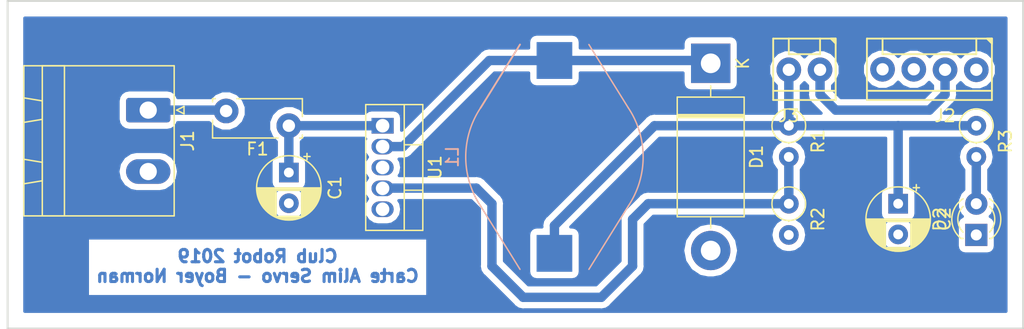
<source format=kicad_pcb>
(kicad_pcb (version 20171130) (host pcbnew 5.0.2-bee76a0~70~ubuntu18.04.1)

  (general
    (thickness 1.6)
    (drawings 5)
    (tracks 37)
    (zones 0)
    (modules 13)
    (nets 12)
  )

  (page A4)
  (layers
    (0 F.Cu signal)
    (31 B.Cu signal)
    (32 B.Adhes user)
    (33 F.Adhes user)
    (34 B.Paste user)
    (35 F.Paste user)
    (36 B.SilkS user)
    (37 F.SilkS user)
    (38 B.Mask user)
    (39 F.Mask user)
    (40 Dwgs.User user)
    (41 Cmts.User user)
    (42 Eco1.User user)
    (43 Eco2.User user)
    (44 Edge.Cuts user)
    (45 Margin user)
    (46 B.CrtYd user)
    (47 F.CrtYd user)
    (48 B.Fab user)
    (49 F.Fab user)
  )

  (setup
    (last_trace_width 0.762)
    (user_trace_width 0.254)
    (user_trace_width 0.381)
    (user_trace_width 0.762)
    (trace_clearance 0.381)
    (zone_clearance 0.508)
    (zone_45_only no)
    (trace_min 0.2)
    (segment_width 0.2)
    (edge_width 0.15)
    (via_size 0.8)
    (via_drill 0.4)
    (via_min_size 0.4)
    (via_min_drill 0.3)
    (uvia_size 0.3)
    (uvia_drill 0.1)
    (uvias_allowed no)
    (uvia_min_size 0.2)
    (uvia_min_drill 0.1)
    (pcb_text_width 0.3)
    (pcb_text_size 1.5 1.5)
    (mod_edge_width 0.15)
    (mod_text_size 1 1)
    (mod_text_width 0.15)
    (pad_size 1.524 1.524)
    (pad_drill 0.762)
    (pad_to_mask_clearance 0.051)
    (solder_mask_min_width 0.25)
    (aux_axis_origin 0 0)
    (visible_elements FFFFFF7F)
    (pcbplotparams
      (layerselection 0x010fc_ffffffff)
      (usegerberextensions false)
      (usegerberattributes false)
      (usegerberadvancedattributes false)
      (creategerberjobfile false)
      (excludeedgelayer true)
      (linewidth 0.100000)
      (plotframeref false)
      (viasonmask false)
      (mode 1)
      (useauxorigin false)
      (hpglpennumber 1)
      (hpglpenspeed 20)
      (hpglpendiameter 15.000000)
      (psnegative false)
      (psa4output false)
      (plotreference true)
      (plotvalue true)
      (plotinvisibletext false)
      (padsonsilk false)
      (subtractmaskfromsilk false)
      (outputformat 1)
      (mirror false)
      (drillshape 1)
      (scaleselection 1)
      (outputdirectory ""))
  )

  (net 0 "")
  (net 1 "Net-(C1-Pad1)")
  (net 2 GND)
  (net 3 +7.5V)
  (net 4 "Net-(D1-Pad1)")
  (net 5 "Net-(D2-Pad2)")
  (net 6 +BATT)
  (net 7 "Net-(J2-Pad3)")
  (net 8 /7,4V_OUT)
  (net 9 "Net-(J2-Pad1)")
  (net 10 "Net-(J2-Pad4)")
  (net 11 "Net-(R1-Pad2)")

  (net_class Default "This is the default net class."
    (clearance 0.381)
    (trace_width 0.381)
    (via_dia 0.8)
    (via_drill 0.4)
    (uvia_dia 0.3)
    (uvia_drill 0.1)
    (add_net +7.5V)
    (add_net +BATT)
    (add_net /7,4V_OUT)
    (add_net GND)
    (add_net "Net-(C1-Pad1)")
    (add_net "Net-(D1-Pad1)")
    (add_net "Net-(D2-Pad2)")
    (add_net "Net-(J2-Pad1)")
    (add_net "Net-(J2-Pad3)")
    (add_net "Net-(J2-Pad4)")
    (add_net "Net-(R1-Pad2)")
  )

  (module Diode_THT:D_DO-201AD_P15.24mm_Horizontal (layer F.Cu) (tedit 5AE50CD5) (tstamp 5CF335AF)
    (at 137.16 72.39 270)
    (descr "Diode, DO-201AD series, Axial, Horizontal, pin pitch=15.24mm, , length*diameter=9.5*5.2mm^2, , http://www.diodes.com/_files/packages/DO-201AD.pdf")
    (tags "Diode DO-201AD series Axial Horizontal pin pitch 15.24mm  length 9.5mm diameter 5.2mm")
    (path /5CE6B0A3)
    (fp_text reference D1 (at 7.62 -3.72 270) (layer F.SilkS)
      (effects (font (size 1 1) (thickness 0.15)))
    )
    (fp_text value 1N5822 (at 7.62 3.72 270) (layer F.Fab)
      (effects (font (size 1 1) (thickness 0.15)))
    )
    (fp_line (start 2.87 -2.6) (end 2.87 2.6) (layer F.Fab) (width 0.1))
    (fp_line (start 2.87 2.6) (end 12.37 2.6) (layer F.Fab) (width 0.1))
    (fp_line (start 12.37 2.6) (end 12.37 -2.6) (layer F.Fab) (width 0.1))
    (fp_line (start 12.37 -2.6) (end 2.87 -2.6) (layer F.Fab) (width 0.1))
    (fp_line (start 0 0) (end 2.87 0) (layer F.Fab) (width 0.1))
    (fp_line (start 15.24 0) (end 12.37 0) (layer F.Fab) (width 0.1))
    (fp_line (start 4.295 -2.6) (end 4.295 2.6) (layer F.Fab) (width 0.1))
    (fp_line (start 4.395 -2.6) (end 4.395 2.6) (layer F.Fab) (width 0.1))
    (fp_line (start 4.195 -2.6) (end 4.195 2.6) (layer F.Fab) (width 0.1))
    (fp_line (start 2.75 -2.72) (end 2.75 2.72) (layer F.SilkS) (width 0.12))
    (fp_line (start 2.75 2.72) (end 12.49 2.72) (layer F.SilkS) (width 0.12))
    (fp_line (start 12.49 2.72) (end 12.49 -2.72) (layer F.SilkS) (width 0.12))
    (fp_line (start 12.49 -2.72) (end 2.75 -2.72) (layer F.SilkS) (width 0.12))
    (fp_line (start 1.84 0) (end 2.75 0) (layer F.SilkS) (width 0.12))
    (fp_line (start 13.4 0) (end 12.49 0) (layer F.SilkS) (width 0.12))
    (fp_line (start 4.295 -2.72) (end 4.295 2.72) (layer F.SilkS) (width 0.12))
    (fp_line (start 4.415 -2.72) (end 4.415 2.72) (layer F.SilkS) (width 0.12))
    (fp_line (start 4.175 -2.72) (end 4.175 2.72) (layer F.SilkS) (width 0.12))
    (fp_line (start -1.85 -2.85) (end -1.85 2.85) (layer F.CrtYd) (width 0.05))
    (fp_line (start -1.85 2.85) (end 17.09 2.85) (layer F.CrtYd) (width 0.05))
    (fp_line (start 17.09 2.85) (end 17.09 -2.85) (layer F.CrtYd) (width 0.05))
    (fp_line (start 17.09 -2.85) (end -1.85 -2.85) (layer F.CrtYd) (width 0.05))
    (fp_text user %R (at 8.3325 0 270) (layer F.Fab)
      (effects (font (size 1 1) (thickness 0.15)))
    )
    (fp_text user K (at 0 -2.6 270) (layer F.Fab)
      (effects (font (size 1 1) (thickness 0.15)))
    )
    (fp_text user K (at 0 -2.6 270) (layer F.SilkS)
      (effects (font (size 1 1) (thickness 0.15)))
    )
    (pad 1 thru_hole rect (at 0 0 270) (size 3.2 3.2) (drill 1.6) (layers *.Cu *.Mask)
      (net 4 "Net-(D1-Pad1)"))
    (pad 2 thru_hole oval (at 15.24 0 270) (size 3.2 3.2) (drill 1.6) (layers *.Cu *.Mask)
      (net 2 GND))
    (model ${KISYS3DMOD}/Diode_THT.3dshapes/D_DO-201AD_P15.24mm_Horizontal.wrl
      (at (xyz 0 0 0))
      (scale (xyz 1 1 1))
      (rotate (xyz 0 0 0))
    )
  )

  (module Resistor_THT:R_Axial_DIN0207_L6.3mm_D2.5mm_P2.54mm_Vertical (layer F.Cu) (tedit 5AE5139B) (tstamp 5CF33653)
    (at 143.51 77.47 270)
    (descr "Resistor, Axial_DIN0207 series, Axial, Vertical, pin pitch=2.54mm, 0.25W = 1/4W, length*diameter=6.3*2.5mm^2, http://cdn-reichelt.de/documents/datenblatt/B400/1_4W%23YAG.pdf")
    (tags "Resistor Axial_DIN0207 series Axial Vertical pin pitch 2.54mm 0.25W = 1/4W length 6.3mm diameter 2.5mm")
    (path /5CE6B5B5)
    (fp_text reference R1 (at 1.27 -2.37 270) (layer F.SilkS)
      (effects (font (size 1 1) (thickness 0.15)))
    )
    (fp_text value 13.7k (at 1.27 2.37 270) (layer F.Fab)
      (effects (font (size 1 1) (thickness 0.15)))
    )
    (fp_circle (center 0 0) (end 1.25 0) (layer F.Fab) (width 0.1))
    (fp_circle (center 0 0) (end 1.37 0) (layer F.SilkS) (width 0.12))
    (fp_line (start 0 0) (end 2.54 0) (layer F.Fab) (width 0.1))
    (fp_line (start 1.37 0) (end 1.44 0) (layer F.SilkS) (width 0.12))
    (fp_line (start -1.5 -1.5) (end -1.5 1.5) (layer F.CrtYd) (width 0.05))
    (fp_line (start -1.5 1.5) (end 3.59 1.5) (layer F.CrtYd) (width 0.05))
    (fp_line (start 3.59 1.5) (end 3.59 -1.5) (layer F.CrtYd) (width 0.05))
    (fp_line (start 3.59 -1.5) (end -1.5 -1.5) (layer F.CrtYd) (width 0.05))
    (fp_text user %R (at 1.27 -2.37 270) (layer F.Fab)
      (effects (font (size 1 1) (thickness 0.15)))
    )
    (pad 1 thru_hole circle (at 0 0 270) (size 1.6 1.6) (drill 0.8) (layers *.Cu *.Mask)
      (net 3 +7.5V))
    (pad 2 thru_hole oval (at 2.54 0 270) (size 1.6 1.6) (drill 0.8) (layers *.Cu *.Mask)
      (net 11 "Net-(R1-Pad2)"))
    (model ${KISYS3DMOD}/Resistor_THT.3dshapes/R_Axial_DIN0207_L6.3mm_D2.5mm_P2.54mm_Vertical.wrl
      (at (xyz 0 0 0))
      (scale (xyz 1 1 1))
      (rotate (xyz 0 0 0))
    )
  )

  (module Capacitor_THT:CP_Radial_D5.0mm_P2.50mm (layer F.Cu) (tedit 5CE6C2C1) (tstamp 5CF3350C)
    (at 102.87 81.28 270)
    (descr "CP, Radial series, Radial, pin pitch=2.50mm, , diameter=5mm, Electrolytic Capacitor")
    (tags "CP Radial series Radial pin pitch 2.50mm  diameter 5mm Electrolytic Capacitor")
    (path /5CE6AEAF)
    (fp_text reference C1 (at 1.25 -3.75 270) (layer F.SilkS)
      (effects (font (size 1 1) (thickness 0.15)))
    )
    (fp_text value 470u (at 1.25 3.75 270) (layer F.Fab)
      (effects (font (size 1 1) (thickness 0.15)))
    )
    (fp_circle (center 1.25 0) (end 3.75 0) (layer F.Fab) (width 0.1))
    (fp_circle (center 1.25 0) (end 3.87 0) (layer F.SilkS) (width 0.12))
    (fp_circle (center 1.25 0) (end 4 0) (layer F.CrtYd) (width 0.05))
    (fp_line (start -0.883605 -1.0875) (end -0.383605 -1.0875) (layer F.Fab) (width 0.1))
    (fp_line (start -0.633605 -1.3375) (end -0.633605 -0.8375) (layer F.Fab) (width 0.1))
    (fp_line (start 1.25 -2.58) (end 1.25 2.58) (layer F.SilkS) (width 0.12))
    (fp_line (start 1.29 -2.58) (end 1.29 2.58) (layer F.SilkS) (width 0.12))
    (fp_line (start 1.33 -2.579) (end 1.33 2.579) (layer F.SilkS) (width 0.12))
    (fp_line (start 1.37 -2.578) (end 1.37 2.578) (layer F.SilkS) (width 0.12))
    (fp_line (start 1.41 -2.576) (end 1.41 2.576) (layer F.SilkS) (width 0.12))
    (fp_line (start 1.45 -2.573) (end 1.45 2.573) (layer F.SilkS) (width 0.12))
    (fp_line (start 1.49 -2.569) (end 1.49 -1.04) (layer F.SilkS) (width 0.12))
    (fp_line (start 1.49 1.04) (end 1.49 2.569) (layer F.SilkS) (width 0.12))
    (fp_line (start 1.53 -2.565) (end 1.53 -1.04) (layer F.SilkS) (width 0.12))
    (fp_line (start 1.53 1.04) (end 1.53 2.565) (layer F.SilkS) (width 0.12))
    (fp_line (start 1.57 -2.561) (end 1.57 -1.04) (layer F.SilkS) (width 0.12))
    (fp_line (start 1.57 1.04) (end 1.57 2.561) (layer F.SilkS) (width 0.12))
    (fp_line (start 1.61 -2.556) (end 1.61 -1.04) (layer F.SilkS) (width 0.12))
    (fp_line (start 1.61 1.04) (end 1.61 2.556) (layer F.SilkS) (width 0.12))
    (fp_line (start 1.65 -2.55) (end 1.65 -1.04) (layer F.SilkS) (width 0.12))
    (fp_line (start 1.65 1.04) (end 1.65 2.55) (layer F.SilkS) (width 0.12))
    (fp_line (start 1.69 -2.543) (end 1.69 -1.04) (layer F.SilkS) (width 0.12))
    (fp_line (start 1.69 1.04) (end 1.69 2.543) (layer F.SilkS) (width 0.12))
    (fp_line (start 1.73 -2.536) (end 1.73 -1.04) (layer F.SilkS) (width 0.12))
    (fp_line (start 1.73 1.04) (end 1.73 2.536) (layer F.SilkS) (width 0.12))
    (fp_line (start 1.77 -2.528) (end 1.77 -1.04) (layer F.SilkS) (width 0.12))
    (fp_line (start 1.77 1.04) (end 1.77 2.528) (layer F.SilkS) (width 0.12))
    (fp_line (start 1.81 -2.52) (end 1.81 -1.04) (layer F.SilkS) (width 0.12))
    (fp_line (start 1.81 1.04) (end 1.81 2.52) (layer F.SilkS) (width 0.12))
    (fp_line (start 1.85 -2.511) (end 1.85 -1.04) (layer F.SilkS) (width 0.12))
    (fp_line (start 1.85 1.04) (end 1.85 2.511) (layer F.SilkS) (width 0.12))
    (fp_line (start 1.89 -2.501) (end 1.89 -1.04) (layer F.SilkS) (width 0.12))
    (fp_line (start 1.89 1.04) (end 1.89 2.501) (layer F.SilkS) (width 0.12))
    (fp_line (start 1.93 -2.491) (end 1.93 -1.04) (layer F.SilkS) (width 0.12))
    (fp_line (start 1.93 1.04) (end 1.93 2.491) (layer F.SilkS) (width 0.12))
    (fp_line (start 1.971 -2.48) (end 1.971 -1.04) (layer F.SilkS) (width 0.12))
    (fp_line (start 1.971 1.04) (end 1.971 2.48) (layer F.SilkS) (width 0.12))
    (fp_line (start 2.011 -2.468) (end 2.011 -1.04) (layer F.SilkS) (width 0.12))
    (fp_line (start 2.011 1.04) (end 2.011 2.468) (layer F.SilkS) (width 0.12))
    (fp_line (start 2.051 -2.455) (end 2.051 -1.04) (layer F.SilkS) (width 0.12))
    (fp_line (start 2.051 1.04) (end 2.051 2.455) (layer F.SilkS) (width 0.12))
    (fp_line (start 2.091 -2.442) (end 2.091 -1.04) (layer F.SilkS) (width 0.12))
    (fp_line (start 2.091 1.04) (end 2.091 2.442) (layer F.SilkS) (width 0.12))
    (fp_line (start 2.131 -2.428) (end 2.131 -1.04) (layer F.SilkS) (width 0.12))
    (fp_line (start 2.131 1.04) (end 2.131 2.428) (layer F.SilkS) (width 0.12))
    (fp_line (start 2.171 -2.414) (end 2.171 -1.04) (layer F.SilkS) (width 0.12))
    (fp_line (start 2.171 1.04) (end 2.171 2.414) (layer F.SilkS) (width 0.12))
    (fp_line (start 2.211 -2.398) (end 2.211 -1.04) (layer F.SilkS) (width 0.12))
    (fp_line (start 2.211 1.04) (end 2.211 2.398) (layer F.SilkS) (width 0.12))
    (fp_line (start 2.251 -2.382) (end 2.251 -1.04) (layer F.SilkS) (width 0.12))
    (fp_line (start 2.251 1.04) (end 2.251 2.382) (layer F.SilkS) (width 0.12))
    (fp_line (start 2.291 -2.365) (end 2.291 -1.04) (layer F.SilkS) (width 0.12))
    (fp_line (start 2.291 1.04) (end 2.291 2.365) (layer F.SilkS) (width 0.12))
    (fp_line (start 2.331 -2.348) (end 2.331 -1.04) (layer F.SilkS) (width 0.12))
    (fp_line (start 2.331 1.04) (end 2.331 2.348) (layer F.SilkS) (width 0.12))
    (fp_line (start 2.371 -2.329) (end 2.371 -1.04) (layer F.SilkS) (width 0.12))
    (fp_line (start 2.371 1.04) (end 2.371 2.329) (layer F.SilkS) (width 0.12))
    (fp_line (start 2.411 -2.31) (end 2.411 -1.04) (layer F.SilkS) (width 0.12))
    (fp_line (start 2.411 1.04) (end 2.411 2.31) (layer F.SilkS) (width 0.12))
    (fp_line (start 2.451 -2.29) (end 2.451 -1.04) (layer F.SilkS) (width 0.12))
    (fp_line (start 2.451 1.04) (end 2.451 2.29) (layer F.SilkS) (width 0.12))
    (fp_line (start 2.491 -2.268) (end 2.491 -1.04) (layer F.SilkS) (width 0.12))
    (fp_line (start 2.491 1.04) (end 2.491 2.268) (layer F.SilkS) (width 0.12))
    (fp_line (start 2.531 -2.247) (end 2.531 -1.04) (layer F.SilkS) (width 0.12))
    (fp_line (start 2.531 1.04) (end 2.531 2.247) (layer F.SilkS) (width 0.12))
    (fp_line (start 2.571 -2.224) (end 2.571 -1.04) (layer F.SilkS) (width 0.12))
    (fp_line (start 2.571 1.04) (end 2.571 2.224) (layer F.SilkS) (width 0.12))
    (fp_line (start 2.611 -2.2) (end 2.611 -1.04) (layer F.SilkS) (width 0.12))
    (fp_line (start 2.611 1.04) (end 2.611 2.2) (layer F.SilkS) (width 0.12))
    (fp_line (start 2.651 -2.175) (end 2.651 -1.04) (layer F.SilkS) (width 0.12))
    (fp_line (start 2.651 1.04) (end 2.651 2.175) (layer F.SilkS) (width 0.12))
    (fp_line (start 2.691 -2.149) (end 2.691 -1.04) (layer F.SilkS) (width 0.12))
    (fp_line (start 2.691 1.04) (end 2.691 2.149) (layer F.SilkS) (width 0.12))
    (fp_line (start 2.731 -2.122) (end 2.731 -1.04) (layer F.SilkS) (width 0.12))
    (fp_line (start 2.731 1.04) (end 2.731 2.122) (layer F.SilkS) (width 0.12))
    (fp_line (start 2.771 -2.095) (end 2.771 -1.04) (layer F.SilkS) (width 0.12))
    (fp_line (start 2.771 1.04) (end 2.771 2.095) (layer F.SilkS) (width 0.12))
    (fp_line (start 2.811 -2.065) (end 2.811 -1.04) (layer F.SilkS) (width 0.12))
    (fp_line (start 2.811 1.04) (end 2.811 2.065) (layer F.SilkS) (width 0.12))
    (fp_line (start 2.851 -2.035) (end 2.851 -1.04) (layer F.SilkS) (width 0.12))
    (fp_line (start 2.851 1.04) (end 2.851 2.035) (layer F.SilkS) (width 0.12))
    (fp_line (start 2.891 -2.004) (end 2.891 -1.04) (layer F.SilkS) (width 0.12))
    (fp_line (start 2.891 1.04) (end 2.891 2.004) (layer F.SilkS) (width 0.12))
    (fp_line (start 2.931 -1.971) (end 2.931 -1.04) (layer F.SilkS) (width 0.12))
    (fp_line (start 2.931 1.04) (end 2.931 1.971) (layer F.SilkS) (width 0.12))
    (fp_line (start 2.971 -1.937) (end 2.971 -1.04) (layer F.SilkS) (width 0.12))
    (fp_line (start 2.971 1.04) (end 2.971 1.937) (layer F.SilkS) (width 0.12))
    (fp_line (start 3.011 -1.901) (end 3.011 -1.04) (layer F.SilkS) (width 0.12))
    (fp_line (start 3.011 1.04) (end 3.011 1.901) (layer F.SilkS) (width 0.12))
    (fp_line (start 3.051 -1.864) (end 3.051 -1.04) (layer F.SilkS) (width 0.12))
    (fp_line (start 3.051 1.04) (end 3.051 1.864) (layer F.SilkS) (width 0.12))
    (fp_line (start 3.091 -1.826) (end 3.091 -1.04) (layer F.SilkS) (width 0.12))
    (fp_line (start 3.091 1.04) (end 3.091 1.826) (layer F.SilkS) (width 0.12))
    (fp_line (start 3.131 -1.785) (end 3.131 -1.04) (layer F.SilkS) (width 0.12))
    (fp_line (start 3.131 1.04) (end 3.131 1.785) (layer F.SilkS) (width 0.12))
    (fp_line (start 3.171 -1.743) (end 3.171 -1.04) (layer F.SilkS) (width 0.12))
    (fp_line (start 3.171 1.04) (end 3.171 1.743) (layer F.SilkS) (width 0.12))
    (fp_line (start 3.211 -1.699) (end 3.211 -1.04) (layer F.SilkS) (width 0.12))
    (fp_line (start 3.211 1.04) (end 3.211 1.699) (layer F.SilkS) (width 0.12))
    (fp_line (start 3.251 -1.653) (end 3.251 -1.04) (layer F.SilkS) (width 0.12))
    (fp_line (start 3.251 1.04) (end 3.251 1.653) (layer F.SilkS) (width 0.12))
    (fp_line (start 3.291 -1.605) (end 3.291 -1.04) (layer F.SilkS) (width 0.12))
    (fp_line (start 3.291 1.04) (end 3.291 1.605) (layer F.SilkS) (width 0.12))
    (fp_line (start 3.331 -1.554) (end 3.331 -1.04) (layer F.SilkS) (width 0.12))
    (fp_line (start 3.331 1.04) (end 3.331 1.554) (layer F.SilkS) (width 0.12))
    (fp_line (start 3.371 -1.5) (end 3.371 -1.04) (layer F.SilkS) (width 0.12))
    (fp_line (start 3.371 1.04) (end 3.371 1.5) (layer F.SilkS) (width 0.12))
    (fp_line (start 3.411 -1.443) (end 3.411 -1.04) (layer F.SilkS) (width 0.12))
    (fp_line (start 3.411 1.04) (end 3.411 1.443) (layer F.SilkS) (width 0.12))
    (fp_line (start 3.451 -1.383) (end 3.451 -1.04) (layer F.SilkS) (width 0.12))
    (fp_line (start 3.451 1.04) (end 3.451 1.383) (layer F.SilkS) (width 0.12))
    (fp_line (start 3.491 -1.319) (end 3.491 -1.04) (layer F.SilkS) (width 0.12))
    (fp_line (start 3.491 1.04) (end 3.491 1.319) (layer F.SilkS) (width 0.12))
    (fp_line (start 3.531 -1.251) (end 3.531 -1.04) (layer F.SilkS) (width 0.12))
    (fp_line (start 3.531 1.04) (end 3.531 1.251) (layer F.SilkS) (width 0.12))
    (fp_line (start 3.571 -1.178) (end 3.571 1.178) (layer F.SilkS) (width 0.12))
    (fp_line (start 3.611 -1.098) (end 3.611 1.098) (layer F.SilkS) (width 0.12))
    (fp_line (start 3.651 -1.011) (end 3.651 1.011) (layer F.SilkS) (width 0.12))
    (fp_line (start 3.691 -0.915) (end 3.691 0.915) (layer F.SilkS) (width 0.12))
    (fp_line (start 3.731 -0.805) (end 3.731 0.805) (layer F.SilkS) (width 0.12))
    (fp_line (start 3.771 -0.677) (end 3.771 0.677) (layer F.SilkS) (width 0.12))
    (fp_line (start 3.811 -0.518) (end 3.811 0.518) (layer F.SilkS) (width 0.12))
    (fp_line (start 3.851 -0.284) (end 3.851 0.284) (layer F.SilkS) (width 0.12))
    (fp_line (start -1.554775 -1.475) (end -1.054775 -1.475) (layer F.SilkS) (width 0.12))
    (fp_line (start -1.304775 -1.725) (end -1.304775 -1.225) (layer F.SilkS) (width 0.12))
    (fp_text user %R (at 1.25 0 270) (layer F.Fab)
      (effects (font (size 1 1) (thickness 0.15)))
    )
    (pad 1 thru_hole rect (at 0 0 270) (size 1.6 1.6) (drill 0.8) (layers *.Cu *.Mask)
      (net 1 "Net-(C1-Pad1)"))
    (pad 2 thru_hole circle (at 2.5 0 270) (size 1.6 1.6) (drill 0.8) (layers *.Cu *.Mask)
      (net 2 GND))
    (model ${KISYS3DMOD}/Capacitor_THT.3dshapes/CP_Radial_D5.0mm_P2.50mm.wrl
      (at (xyz 0 0 0))
      (scale (xyz 1 1 1))
      (rotate (xyz 0 0 0))
    )
  )

  (module Capacitor_THT:CP_Radial_D5.0mm_P2.50mm (layer F.Cu) (tedit 5AE50EF0) (tstamp 5CF33590)
    (at 152.4 83.82 270)
    (descr "CP, Radial series, Radial, pin pitch=2.50mm, , diameter=5mm, Electrolytic Capacitor")
    (tags "CP Radial series Radial pin pitch 2.50mm  diameter 5mm Electrolytic Capacitor")
    (path /5CE6B53B)
    (fp_text reference C2 (at 1.25 -3.75 270) (layer F.SilkS)
      (effects (font (size 1 1) (thickness 0.15)))
    )
    (fp_text value 1000uF (at 1.25 3.75 270) (layer F.Fab)
      (effects (font (size 1 1) (thickness 0.15)))
    )
    (fp_text user %R (at 1.25 0 270) (layer F.Fab)
      (effects (font (size 1 1) (thickness 0.15)))
    )
    (fp_line (start -1.304775 -1.725) (end -1.304775 -1.225) (layer F.SilkS) (width 0.12))
    (fp_line (start -1.554775 -1.475) (end -1.054775 -1.475) (layer F.SilkS) (width 0.12))
    (fp_line (start 3.851 -0.284) (end 3.851 0.284) (layer F.SilkS) (width 0.12))
    (fp_line (start 3.811 -0.518) (end 3.811 0.518) (layer F.SilkS) (width 0.12))
    (fp_line (start 3.771 -0.677) (end 3.771 0.677) (layer F.SilkS) (width 0.12))
    (fp_line (start 3.731 -0.805) (end 3.731 0.805) (layer F.SilkS) (width 0.12))
    (fp_line (start 3.691 -0.915) (end 3.691 0.915) (layer F.SilkS) (width 0.12))
    (fp_line (start 3.651 -1.011) (end 3.651 1.011) (layer F.SilkS) (width 0.12))
    (fp_line (start 3.611 -1.098) (end 3.611 1.098) (layer F.SilkS) (width 0.12))
    (fp_line (start 3.571 -1.178) (end 3.571 1.178) (layer F.SilkS) (width 0.12))
    (fp_line (start 3.531 1.04) (end 3.531 1.251) (layer F.SilkS) (width 0.12))
    (fp_line (start 3.531 -1.251) (end 3.531 -1.04) (layer F.SilkS) (width 0.12))
    (fp_line (start 3.491 1.04) (end 3.491 1.319) (layer F.SilkS) (width 0.12))
    (fp_line (start 3.491 -1.319) (end 3.491 -1.04) (layer F.SilkS) (width 0.12))
    (fp_line (start 3.451 1.04) (end 3.451 1.383) (layer F.SilkS) (width 0.12))
    (fp_line (start 3.451 -1.383) (end 3.451 -1.04) (layer F.SilkS) (width 0.12))
    (fp_line (start 3.411 1.04) (end 3.411 1.443) (layer F.SilkS) (width 0.12))
    (fp_line (start 3.411 -1.443) (end 3.411 -1.04) (layer F.SilkS) (width 0.12))
    (fp_line (start 3.371 1.04) (end 3.371 1.5) (layer F.SilkS) (width 0.12))
    (fp_line (start 3.371 -1.5) (end 3.371 -1.04) (layer F.SilkS) (width 0.12))
    (fp_line (start 3.331 1.04) (end 3.331 1.554) (layer F.SilkS) (width 0.12))
    (fp_line (start 3.331 -1.554) (end 3.331 -1.04) (layer F.SilkS) (width 0.12))
    (fp_line (start 3.291 1.04) (end 3.291 1.605) (layer F.SilkS) (width 0.12))
    (fp_line (start 3.291 -1.605) (end 3.291 -1.04) (layer F.SilkS) (width 0.12))
    (fp_line (start 3.251 1.04) (end 3.251 1.653) (layer F.SilkS) (width 0.12))
    (fp_line (start 3.251 -1.653) (end 3.251 -1.04) (layer F.SilkS) (width 0.12))
    (fp_line (start 3.211 1.04) (end 3.211 1.699) (layer F.SilkS) (width 0.12))
    (fp_line (start 3.211 -1.699) (end 3.211 -1.04) (layer F.SilkS) (width 0.12))
    (fp_line (start 3.171 1.04) (end 3.171 1.743) (layer F.SilkS) (width 0.12))
    (fp_line (start 3.171 -1.743) (end 3.171 -1.04) (layer F.SilkS) (width 0.12))
    (fp_line (start 3.131 1.04) (end 3.131 1.785) (layer F.SilkS) (width 0.12))
    (fp_line (start 3.131 -1.785) (end 3.131 -1.04) (layer F.SilkS) (width 0.12))
    (fp_line (start 3.091 1.04) (end 3.091 1.826) (layer F.SilkS) (width 0.12))
    (fp_line (start 3.091 -1.826) (end 3.091 -1.04) (layer F.SilkS) (width 0.12))
    (fp_line (start 3.051 1.04) (end 3.051 1.864) (layer F.SilkS) (width 0.12))
    (fp_line (start 3.051 -1.864) (end 3.051 -1.04) (layer F.SilkS) (width 0.12))
    (fp_line (start 3.011 1.04) (end 3.011 1.901) (layer F.SilkS) (width 0.12))
    (fp_line (start 3.011 -1.901) (end 3.011 -1.04) (layer F.SilkS) (width 0.12))
    (fp_line (start 2.971 1.04) (end 2.971 1.937) (layer F.SilkS) (width 0.12))
    (fp_line (start 2.971 -1.937) (end 2.971 -1.04) (layer F.SilkS) (width 0.12))
    (fp_line (start 2.931 1.04) (end 2.931 1.971) (layer F.SilkS) (width 0.12))
    (fp_line (start 2.931 -1.971) (end 2.931 -1.04) (layer F.SilkS) (width 0.12))
    (fp_line (start 2.891 1.04) (end 2.891 2.004) (layer F.SilkS) (width 0.12))
    (fp_line (start 2.891 -2.004) (end 2.891 -1.04) (layer F.SilkS) (width 0.12))
    (fp_line (start 2.851 1.04) (end 2.851 2.035) (layer F.SilkS) (width 0.12))
    (fp_line (start 2.851 -2.035) (end 2.851 -1.04) (layer F.SilkS) (width 0.12))
    (fp_line (start 2.811 1.04) (end 2.811 2.065) (layer F.SilkS) (width 0.12))
    (fp_line (start 2.811 -2.065) (end 2.811 -1.04) (layer F.SilkS) (width 0.12))
    (fp_line (start 2.771 1.04) (end 2.771 2.095) (layer F.SilkS) (width 0.12))
    (fp_line (start 2.771 -2.095) (end 2.771 -1.04) (layer F.SilkS) (width 0.12))
    (fp_line (start 2.731 1.04) (end 2.731 2.122) (layer F.SilkS) (width 0.12))
    (fp_line (start 2.731 -2.122) (end 2.731 -1.04) (layer F.SilkS) (width 0.12))
    (fp_line (start 2.691 1.04) (end 2.691 2.149) (layer F.SilkS) (width 0.12))
    (fp_line (start 2.691 -2.149) (end 2.691 -1.04) (layer F.SilkS) (width 0.12))
    (fp_line (start 2.651 1.04) (end 2.651 2.175) (layer F.SilkS) (width 0.12))
    (fp_line (start 2.651 -2.175) (end 2.651 -1.04) (layer F.SilkS) (width 0.12))
    (fp_line (start 2.611 1.04) (end 2.611 2.2) (layer F.SilkS) (width 0.12))
    (fp_line (start 2.611 -2.2) (end 2.611 -1.04) (layer F.SilkS) (width 0.12))
    (fp_line (start 2.571 1.04) (end 2.571 2.224) (layer F.SilkS) (width 0.12))
    (fp_line (start 2.571 -2.224) (end 2.571 -1.04) (layer F.SilkS) (width 0.12))
    (fp_line (start 2.531 1.04) (end 2.531 2.247) (layer F.SilkS) (width 0.12))
    (fp_line (start 2.531 -2.247) (end 2.531 -1.04) (layer F.SilkS) (width 0.12))
    (fp_line (start 2.491 1.04) (end 2.491 2.268) (layer F.SilkS) (width 0.12))
    (fp_line (start 2.491 -2.268) (end 2.491 -1.04) (layer F.SilkS) (width 0.12))
    (fp_line (start 2.451 1.04) (end 2.451 2.29) (layer F.SilkS) (width 0.12))
    (fp_line (start 2.451 -2.29) (end 2.451 -1.04) (layer F.SilkS) (width 0.12))
    (fp_line (start 2.411 1.04) (end 2.411 2.31) (layer F.SilkS) (width 0.12))
    (fp_line (start 2.411 -2.31) (end 2.411 -1.04) (layer F.SilkS) (width 0.12))
    (fp_line (start 2.371 1.04) (end 2.371 2.329) (layer F.SilkS) (width 0.12))
    (fp_line (start 2.371 -2.329) (end 2.371 -1.04) (layer F.SilkS) (width 0.12))
    (fp_line (start 2.331 1.04) (end 2.331 2.348) (layer F.SilkS) (width 0.12))
    (fp_line (start 2.331 -2.348) (end 2.331 -1.04) (layer F.SilkS) (width 0.12))
    (fp_line (start 2.291 1.04) (end 2.291 2.365) (layer F.SilkS) (width 0.12))
    (fp_line (start 2.291 -2.365) (end 2.291 -1.04) (layer F.SilkS) (width 0.12))
    (fp_line (start 2.251 1.04) (end 2.251 2.382) (layer F.SilkS) (width 0.12))
    (fp_line (start 2.251 -2.382) (end 2.251 -1.04) (layer F.SilkS) (width 0.12))
    (fp_line (start 2.211 1.04) (end 2.211 2.398) (layer F.SilkS) (width 0.12))
    (fp_line (start 2.211 -2.398) (end 2.211 -1.04) (layer F.SilkS) (width 0.12))
    (fp_line (start 2.171 1.04) (end 2.171 2.414) (layer F.SilkS) (width 0.12))
    (fp_line (start 2.171 -2.414) (end 2.171 -1.04) (layer F.SilkS) (width 0.12))
    (fp_line (start 2.131 1.04) (end 2.131 2.428) (layer F.SilkS) (width 0.12))
    (fp_line (start 2.131 -2.428) (end 2.131 -1.04) (layer F.SilkS) (width 0.12))
    (fp_line (start 2.091 1.04) (end 2.091 2.442) (layer F.SilkS) (width 0.12))
    (fp_line (start 2.091 -2.442) (end 2.091 -1.04) (layer F.SilkS) (width 0.12))
    (fp_line (start 2.051 1.04) (end 2.051 2.455) (layer F.SilkS) (width 0.12))
    (fp_line (start 2.051 -2.455) (end 2.051 -1.04) (layer F.SilkS) (width 0.12))
    (fp_line (start 2.011 1.04) (end 2.011 2.468) (layer F.SilkS) (width 0.12))
    (fp_line (start 2.011 -2.468) (end 2.011 -1.04) (layer F.SilkS) (width 0.12))
    (fp_line (start 1.971 1.04) (end 1.971 2.48) (layer F.SilkS) (width 0.12))
    (fp_line (start 1.971 -2.48) (end 1.971 -1.04) (layer F.SilkS) (width 0.12))
    (fp_line (start 1.93 1.04) (end 1.93 2.491) (layer F.SilkS) (width 0.12))
    (fp_line (start 1.93 -2.491) (end 1.93 -1.04) (layer F.SilkS) (width 0.12))
    (fp_line (start 1.89 1.04) (end 1.89 2.501) (layer F.SilkS) (width 0.12))
    (fp_line (start 1.89 -2.501) (end 1.89 -1.04) (layer F.SilkS) (width 0.12))
    (fp_line (start 1.85 1.04) (end 1.85 2.511) (layer F.SilkS) (width 0.12))
    (fp_line (start 1.85 -2.511) (end 1.85 -1.04) (layer F.SilkS) (width 0.12))
    (fp_line (start 1.81 1.04) (end 1.81 2.52) (layer F.SilkS) (width 0.12))
    (fp_line (start 1.81 -2.52) (end 1.81 -1.04) (layer F.SilkS) (width 0.12))
    (fp_line (start 1.77 1.04) (end 1.77 2.528) (layer F.SilkS) (width 0.12))
    (fp_line (start 1.77 -2.528) (end 1.77 -1.04) (layer F.SilkS) (width 0.12))
    (fp_line (start 1.73 1.04) (end 1.73 2.536) (layer F.SilkS) (width 0.12))
    (fp_line (start 1.73 -2.536) (end 1.73 -1.04) (layer F.SilkS) (width 0.12))
    (fp_line (start 1.69 1.04) (end 1.69 2.543) (layer F.SilkS) (width 0.12))
    (fp_line (start 1.69 -2.543) (end 1.69 -1.04) (layer F.SilkS) (width 0.12))
    (fp_line (start 1.65 1.04) (end 1.65 2.55) (layer F.SilkS) (width 0.12))
    (fp_line (start 1.65 -2.55) (end 1.65 -1.04) (layer F.SilkS) (width 0.12))
    (fp_line (start 1.61 1.04) (end 1.61 2.556) (layer F.SilkS) (width 0.12))
    (fp_line (start 1.61 -2.556) (end 1.61 -1.04) (layer F.SilkS) (width 0.12))
    (fp_line (start 1.57 1.04) (end 1.57 2.561) (layer F.SilkS) (width 0.12))
    (fp_line (start 1.57 -2.561) (end 1.57 -1.04) (layer F.SilkS) (width 0.12))
    (fp_line (start 1.53 1.04) (end 1.53 2.565) (layer F.SilkS) (width 0.12))
    (fp_line (start 1.53 -2.565) (end 1.53 -1.04) (layer F.SilkS) (width 0.12))
    (fp_line (start 1.49 1.04) (end 1.49 2.569) (layer F.SilkS) (width 0.12))
    (fp_line (start 1.49 -2.569) (end 1.49 -1.04) (layer F.SilkS) (width 0.12))
    (fp_line (start 1.45 -2.573) (end 1.45 2.573) (layer F.SilkS) (width 0.12))
    (fp_line (start 1.41 -2.576) (end 1.41 2.576) (layer F.SilkS) (width 0.12))
    (fp_line (start 1.37 -2.578) (end 1.37 2.578) (layer F.SilkS) (width 0.12))
    (fp_line (start 1.33 -2.579) (end 1.33 2.579) (layer F.SilkS) (width 0.12))
    (fp_line (start 1.29 -2.58) (end 1.29 2.58) (layer F.SilkS) (width 0.12))
    (fp_line (start 1.25 -2.58) (end 1.25 2.58) (layer F.SilkS) (width 0.12))
    (fp_line (start -0.633605 -1.3375) (end -0.633605 -0.8375) (layer F.Fab) (width 0.1))
    (fp_line (start -0.883605 -1.0875) (end -0.383605 -1.0875) (layer F.Fab) (width 0.1))
    (fp_circle (center 1.25 0) (end 4 0) (layer F.CrtYd) (width 0.05))
    (fp_circle (center 1.25 0) (end 3.87 0) (layer F.SilkS) (width 0.12))
    (fp_circle (center 1.25 0) (end 3.75 0) (layer F.Fab) (width 0.1))
    (pad 2 thru_hole circle (at 2.5 0 270) (size 1.6 1.6) (drill 0.8) (layers *.Cu *.Mask)
      (net 2 GND))
    (pad 1 thru_hole rect (at 0 0 270) (size 1.6 1.6) (drill 0.8) (layers *.Cu *.Mask)
      (net 3 +7.5V))
    (model ${KISYS3DMOD}/Capacitor_THT.3dshapes/CP_Radial_D5.0mm_P2.50mm.wrl
      (at (xyz 0 0 0))
      (scale (xyz 1 1 1))
      (rotate (xyz 0 0 0))
    )
  )

  (module LED_THT:LED_D3.0mm (layer F.Cu) (tedit 587A3A7B) (tstamp 5CF335C2)
    (at 158.75 86.36 90)
    (descr "LED, diameter 3.0mm, 2 pins")
    (tags "LED diameter 3.0mm 2 pins")
    (path /5CE6B6E5)
    (fp_text reference D2 (at 1.27 -2.96 90) (layer F.SilkS)
      (effects (font (size 1 1) (thickness 0.15)))
    )
    (fp_text value LED (at 1.27 2.96 90) (layer F.Fab)
      (effects (font (size 1 1) (thickness 0.15)))
    )
    (fp_arc (start 1.27 0) (end -0.23 -1.16619) (angle 284.3) (layer F.Fab) (width 0.1))
    (fp_arc (start 1.27 0) (end -0.29 -1.235516) (angle 108.8) (layer F.SilkS) (width 0.12))
    (fp_arc (start 1.27 0) (end -0.29 1.235516) (angle -108.8) (layer F.SilkS) (width 0.12))
    (fp_arc (start 1.27 0) (end 0.229039 -1.08) (angle 87.9) (layer F.SilkS) (width 0.12))
    (fp_arc (start 1.27 0) (end 0.229039 1.08) (angle -87.9) (layer F.SilkS) (width 0.12))
    (fp_circle (center 1.27 0) (end 2.77 0) (layer F.Fab) (width 0.1))
    (fp_line (start -0.23 -1.16619) (end -0.23 1.16619) (layer F.Fab) (width 0.1))
    (fp_line (start -0.29 -1.236) (end -0.29 -1.08) (layer F.SilkS) (width 0.12))
    (fp_line (start -0.29 1.08) (end -0.29 1.236) (layer F.SilkS) (width 0.12))
    (fp_line (start -1.15 -2.25) (end -1.15 2.25) (layer F.CrtYd) (width 0.05))
    (fp_line (start -1.15 2.25) (end 3.7 2.25) (layer F.CrtYd) (width 0.05))
    (fp_line (start 3.7 2.25) (end 3.7 -2.25) (layer F.CrtYd) (width 0.05))
    (fp_line (start 3.7 -2.25) (end -1.15 -2.25) (layer F.CrtYd) (width 0.05))
    (pad 1 thru_hole rect (at 0 0 90) (size 1.8 1.8) (drill 0.9) (layers *.Cu *.Mask)
      (net 2 GND))
    (pad 2 thru_hole circle (at 2.54 0 90) (size 1.8 1.8) (drill 0.9) (layers *.Cu *.Mask)
      (net 5 "Net-(D2-Pad2)"))
    (model ${KISYS3DMOD}/LED_THT.3dshapes/LED_D3.0mm.wrl
      (at (xyz 0 0 0))
      (scale (xyz 1 1 1))
      (rotate (xyz 0 0 0))
    )
  )

  (module Fuse:Fuse_Bourns_MF-RG300 (layer F.Cu) (tedit 5B8F0E50) (tstamp 5CF335D9)
    (at 102.87 77.47 180)
    (descr "PTC Resettable Fuse, Ihold = 3.0A, Itrip=5.1A, http://www.bourns.com/docs/Product-Datasheets/mfrg.pdf")
    (tags "ptc resettable fuse polyfuse THT")
    (path /5CE6B142)
    (fp_text reference F1 (at 2.55 -1.9 180) (layer F.SilkS)
      (effects (font (size 1 1) (thickness 0.15)))
    )
    (fp_text value Fuse (at 2.55 3.1 180) (layer F.Fab)
      (effects (font (size 1 1) (thickness 0.15)))
    )
    (fp_line (start -1 -0.9) (end -1 2.1) (layer F.Fab) (width 0.1))
    (fp_line (start -1 2.1) (end 6.1 2.1) (layer F.Fab) (width 0.1))
    (fp_line (start 6.1 2.1) (end 6.1 -0.9) (layer F.Fab) (width 0.1))
    (fp_line (start 6.1 -0.9) (end -1 -0.9) (layer F.Fab) (width 0.1))
    (fp_line (start -1.1 -1) (end -0.879 -1) (layer F.SilkS) (width 0.12))
    (fp_line (start 0.879 -1) (end 6.2 -1) (layer F.SilkS) (width 0.12))
    (fp_line (start -1.1 2.2) (end 4.222 2.2) (layer F.SilkS) (width 0.12))
    (fp_line (start 5.979 2.2) (end 6.2 2.2) (layer F.SilkS) (width 0.12))
    (fp_line (start -1.1 -1) (end -1.1 -0.75) (layer F.SilkS) (width 0.12))
    (fp_line (start -1.1 0.75) (end -1.1 2.2) (layer F.SilkS) (width 0.12))
    (fp_line (start 6.2 -1) (end 6.2 0.451) (layer F.SilkS) (width 0.12))
    (fp_line (start 6.2 1.95) (end 6.2 2.2) (layer F.SilkS) (width 0.12))
    (fp_line (start -1.25 -1.15) (end -1.25 2.35) (layer F.CrtYd) (width 0.05))
    (fp_line (start -1.25 2.35) (end 6.35 2.35) (layer F.CrtYd) (width 0.05))
    (fp_line (start 6.35 2.35) (end 6.35 -1.15) (layer F.CrtYd) (width 0.05))
    (fp_line (start 6.35 -1.15) (end -1.25 -1.15) (layer F.CrtYd) (width 0.05))
    (fp_text user %R (at 3.81 6.35 180) (layer F.Fab)
      (effects (font (size 1 1) (thickness 0.15)))
    )
    (pad 1 thru_hole circle (at 0 0 180) (size 2.01 2.01) (drill 1.01) (layers *.Cu *.Mask)
      (net 1 "Net-(C1-Pad1)"))
    (pad 2 thru_hole circle (at 5.1 1.2 180) (size 2.01 2.01) (drill 1.01) (layers *.Cu *.Mask)
      (net 6 +BATT))
    (model ${KISYS3DMOD}/Fuse.3dshapes/Fuse_Bourns_MF-RG300.wrl
      (at (xyz 0 0 0))
      (scale (xyz 1 1 1))
      (rotate (xyz 0 0 0))
    )
  )

  (module Connector_Phoenix_MSTB:PhoenixContact_MSTBA_2,5_2-G_1x02_P5.00mm_Horizontal (layer F.Cu) (tedit 5B785046) (tstamp 5CF335FD)
    (at 91.44 76.2 270)
    (descr "Generic Phoenix Contact connector footprint for: MSTBA_2,5/2-G; number of pins: 02; pin pitch: 5.00mm; Angled || order number: 1757475 12A || order number: 1923759 16A (HC)")
    (tags "phoenix_contact connector MSTBA_01x02_G_5.00mm")
    (path /5CE6B26A)
    (fp_text reference J1 (at 2.5 -3.2 270) (layer F.SilkS)
      (effects (font (size 1 1) (thickness 0.15)))
    )
    (fp_text value Alim_Batt (at 2.5 11.2 270) (layer F.Fab)
      (effects (font (size 1 1) (thickness 0.15)))
    )
    (fp_line (start -3.61 -2.11) (end -3.61 10.11) (layer F.SilkS) (width 0.12))
    (fp_line (start -3.61 10.11) (end 8.61 10.11) (layer F.SilkS) (width 0.12))
    (fp_line (start 8.61 10.11) (end 8.61 -2.11) (layer F.SilkS) (width 0.12))
    (fp_line (start 8.61 -2.11) (end -3.61 -2.11) (layer F.SilkS) (width 0.12))
    (fp_line (start -3.5 -2) (end -3.5 10) (layer F.Fab) (width 0.1))
    (fp_line (start -3.5 10) (end 8.5 10) (layer F.Fab) (width 0.1))
    (fp_line (start 8.5 10) (end 8.5 -2) (layer F.Fab) (width 0.1))
    (fp_line (start 8.5 -2) (end -3.5 -2) (layer F.Fab) (width 0.1))
    (fp_line (start -3.61 8.61) (end -3.61 6.81) (layer F.SilkS) (width 0.12))
    (fp_line (start -3.61 6.81) (end 8.61 6.81) (layer F.SilkS) (width 0.12))
    (fp_line (start 8.61 6.81) (end 8.61 8.61) (layer F.SilkS) (width 0.12))
    (fp_line (start 8.61 8.61) (end -3.61 8.61) (layer F.SilkS) (width 0.12))
    (fp_line (start -1 10.11) (end 1 10.11) (layer F.SilkS) (width 0.12))
    (fp_line (start 1 10.11) (end 0.75 8.61) (layer F.SilkS) (width 0.12))
    (fp_line (start 0.75 8.61) (end -0.75 8.61) (layer F.SilkS) (width 0.12))
    (fp_line (start -0.75 8.61) (end -1 10.11) (layer F.SilkS) (width 0.12))
    (fp_line (start 4 10.11) (end 6 10.11) (layer F.SilkS) (width 0.12))
    (fp_line (start 6 10.11) (end 5.75 8.61) (layer F.SilkS) (width 0.12))
    (fp_line (start 5.75 8.61) (end 4.25 8.61) (layer F.SilkS) (width 0.12))
    (fp_line (start 4.25 8.61) (end 4 10.11) (layer F.SilkS) (width 0.12))
    (fp_line (start -4 -2.5) (end -4 10.5) (layer F.CrtYd) (width 0.05))
    (fp_line (start -4 10.5) (end 9 10.5) (layer F.CrtYd) (width 0.05))
    (fp_line (start 9 10.5) (end 9 -2.5) (layer F.CrtYd) (width 0.05))
    (fp_line (start 9 -2.5) (end -4 -2.5) (layer F.CrtYd) (width 0.05))
    (fp_line (start 0.3 -2.91) (end 0 -2.31) (layer F.SilkS) (width 0.12))
    (fp_line (start 0 -2.31) (end -0.3 -2.91) (layer F.SilkS) (width 0.12))
    (fp_line (start -0.3 -2.91) (end 0.3 -2.91) (layer F.SilkS) (width 0.12))
    (fp_line (start 0.95 -2) (end 0 -0.5) (layer F.Fab) (width 0.1))
    (fp_line (start 0 -0.5) (end -0.95 -2) (layer F.Fab) (width 0.1))
    (fp_text user %R (at 2.5 -1.3 270) (layer F.Fab)
      (effects (font (size 1 1) (thickness 0.15)))
    )
    (pad 1 thru_hole roundrect (at 0 0 270) (size 2 3.6) (drill 1.4) (layers *.Cu *.Mask) (roundrect_rratio 0.125)
      (net 6 +BATT))
    (pad 2 thru_hole oval (at 5 0 270) (size 2 3.6) (drill 1.4) (layers *.Cu *.Mask)
      (net 2 GND))
    (model ${KISYS3DMOD}/Connector_Phoenix_MSTB.3dshapes/PhoenixContact_MSTBA_2,5_2-G_1x02_P5.00mm_Horizontal.wrl
      (at (xyz 0 0 0))
      (scale (xyz 1 1 1))
      (rotate (xyz 0 0 0))
    )
  )

  (module @Robot:HE14-4-straight (layer F.Cu) (tedit 5C44A605) (tstamp 5CF33EE1)
    (at 156.21 73.66 180)
    (tags "HE14 3 straight connector 1x3")
    (path /5CE6DF8F)
    (fp_text reference J2 (at 0 -3 180) (layer F.SilkS)
      (effects (font (size 1 1) (thickness 0.15)))
    )
    (fp_text value Alim_Servo (at 0 5 180) (layer F.Fab)
      (effects (font (size 1 1) (thickness 0.15)))
    )
    (fp_line (start 6.35 3.283747) (end -3.81 3.283747) (layer F.CrtYd) (width 0.15))
    (fp_line (start 6.35 -1.716253) (end -3.81 -1.716253) (layer F.CrtYd) (width 0.15))
    (fp_line (start 6.35 3.283747) (end 6.35 -1.716253) (layer F.SilkS) (width 0.15))
    (fp_line (start -3.81 3.283747) (end -3.81 -1.716253) (layer F.SilkS) (width 0.15))
    (fp_poly (pts (xy -3.41 3.283747) (xy -3.81 2.883747) (xy -3.81 3.283747)) (layer F.SilkS) (width 0.15))
    (fp_line (start 5.08 2.013747) (end -2.54 2.013747) (layer F.SilkS) (width 0.15))
    (fp_line (start 6.35 -0.966253) (end -3.81 -0.966253) (layer F.SilkS) (width 0.15))
    (fp_line (start 5.08 3.283747) (end 5.08 2.013747) (layer F.SilkS) (width 0.15))
    (fp_line (start -2.54 2.013747) (end -2.54 3.283747) (layer F.SilkS) (width 0.15))
    (fp_line (start 6.35 -1.716253) (end -3.81 -1.716253) (layer F.SilkS) (width 0.15))
    (fp_line (start 6.35 -1.716253) (end 6.35 3.283747) (layer F.CrtYd) (width 0.15))
    (fp_line (start 6.35 3.283747) (end -3.81 3.283747) (layer F.SilkS) (width 0.15))
    (fp_line (start -3.81 3.283747) (end -3.81 -1.716253) (layer F.CrtYd) (width 0.15))
    (pad 3 thru_hole circle (at 2.54 0.783747) (size 2 2) (drill 1) (layers *.Cu *.Mask)
      (net 7 "Net-(J2-Pad3)"))
    (pad 2 thru_hole circle (at 0 0.743747) (size 2 2) (drill 1) (layers *.Cu *.Mask)
      (net 8 /7,4V_OUT))
    (pad 1 thru_hole circle (at -2.54 0.743747) (size 2 2) (drill 1) (layers *.Cu *.Mask)
      (net 9 "Net-(J2-Pad1)"))
    (pad 4 thru_hole circle (at 5.08 0.783747) (size 2 2) (drill 1) (layers *.Cu *.Mask)
      (net 10 "Net-(J2-Pad4)"))
    (model ${KIROBOT}/@Robot.3D/HE14/c-281695-3-k-3d.igs
      (offset (xyz 0 -0.7492999887466431 10.79499983787537))
      (scale (xyz 1 1 1))
      (rotate (xyz 0 0 0))
    )
  )

  (module @Robot:HE14-2-straight (layer F.Cu) (tedit 5C44AB67) (tstamp 5CF33625)
    (at 143.51 73.66 180)
    (tags "HE14 3 straight connector 1x3")
    (path /5CE709B6)
    (fp_text reference J3 (at 0 -3 180) (layer F.SilkS)
      (effects (font (size 1 1) (thickness 0.15)))
    )
    (fp_text value Conn_Facade (at 0 5 180) (layer F.Fab)
      (effects (font (size 1 1) (thickness 0.15)))
    )
    (fp_line (start 1.27 3.283747) (end -3.81 3.283747) (layer F.CrtYd) (width 0.15))
    (fp_line (start 1.27 -1.716253) (end -3.81 -1.716253) (layer F.CrtYd) (width 0.15))
    (fp_line (start 1.27 3.283747) (end 1.27 -1.716253) (layer F.SilkS) (width 0.15))
    (fp_line (start -3.81 3.283747) (end -3.81 -1.716253) (layer F.SilkS) (width 0.15))
    (fp_poly (pts (xy -3.41 3.283747) (xy -3.81 2.883747) (xy -3.81 3.283747)) (layer F.SilkS) (width 0.15))
    (fp_line (start 0 2.013747) (end -2.54 2.013747) (layer F.SilkS) (width 0.15))
    (fp_line (start 1.27 -0.966253) (end -3.81 -0.966253) (layer F.SilkS) (width 0.15))
    (fp_line (start 0 3.283747) (end 0 2.013747) (layer F.SilkS) (width 0.15))
    (fp_line (start -2.54 2.013747) (end -2.54 3.283747) (layer F.SilkS) (width 0.15))
    (fp_line (start 1.27 -1.716253) (end -3.81 -1.716253) (layer F.SilkS) (width 0.15))
    (fp_line (start 1.27 -1.716253) (end 1.27 3.283747) (layer F.CrtYd) (width 0.15))
    (fp_line (start 1.27 3.283747) (end -3.81 3.283747) (layer F.SilkS) (width 0.15))
    (fp_line (start -3.81 3.283747) (end -3.81 -1.716253) (layer F.CrtYd) (width 0.15))
    (pad 2 thru_hole circle (at 0 0.743747) (size 2 2) (drill 1) (layers *.Cu *.Mask)
      (net 3 +7.5V))
    (pad 1 thru_hole circle (at -2.54 0.743747) (size 2 2) (drill 1) (layers *.Cu *.Mask)
      (net 8 /7,4V_OUT))
    (model ${KIROBOT}/@Robot.3D/HE14/c-281695-3-k-3d.igs
      (offset (xyz 0 -0.7492999887466431 10.79499983787537))
      (scale (xyz 1 1 1))
      (rotate (xyz 0 0 0))
    )
  )

  (module Inductor_SMD:L_Bourns_SDR1806 (layer B.Cu) (tedit 5B3EEAE6) (tstamp 5CF33644)
    (at 124.46 80.01 270)
    (descr https://www.bourns.com/docs/Product-Datasheets/SDR1806.pdf)
    (tags "Bourns SDR1806")
    (path /5CE6B4C9)
    (attr smd)
    (fp_text reference L1 (at 0 8.3 270) (layer B.SilkS)
      (effects (font (size 1 1) (thickness 0.15)) (justify mirror))
    )
    (fp_text value 100uH (at 0 -8.3 270) (layer B.Fab)
      (effects (font (size 1 1) (thickness 0.15)) (justify mirror))
    )
    (fp_text user %R (at 0 0 270) (layer B.Fab)
      (effects (font (size 1 1) (thickness 0.15)) (justify mirror))
    )
    (fp_arc (start 0 0) (end 4 6) (angle 67.3) (layer B.SilkS) (width 0.12))
    (fp_arc (start 0 0) (end -4 -6) (angle 67.3) (layer B.SilkS) (width 0.12))
    (fp_line (start 4 6) (end 9.15 2.8) (layer B.SilkS) (width 0.12))
    (fp_line (start -4 -6) (end -9.15 -2.8) (layer B.SilkS) (width 0.12))
    (fp_line (start -9.15 2.8) (end -4 6) (layer B.SilkS) (width 0.15))
    (fp_line (start 9.15 -2.8) (end 4 -6) (layer B.SilkS) (width 0.12))
    (fp_line (start -2 7.4) (end 2 7.4) (layer B.CrtYd) (width 0.05))
    (fp_line (start 9.6 2.7) (end 9.6 -2.7) (layer B.CrtYd) (width 0.05))
    (fp_line (start 2 -7.4) (end -2 -7.4) (layer B.CrtYd) (width 0.05))
    (fp_line (start -9.6 -2.7) (end -9.6 2.7) (layer B.CrtYd) (width 0.05))
    (fp_line (start -9.15 2.65) (end -3.9 5.9) (layer B.Fab) (width 0.1))
    (fp_arc (start 0 0) (end 3.9 5.9) (angle 66.9) (layer B.Fab) (width 0.1))
    (fp_line (start 3.9 5.9) (end 9.15 2.65) (layer B.Fab) (width 0.1))
    (fp_line (start -3.9 -5.9) (end -9.15 -2.65) (layer B.Fab) (width 0.1))
    (fp_arc (start 0 0) (end -3.9 -5.9) (angle 66.9) (layer B.Fab) (width 0.1))
    (fp_line (start 9.15 -2.65) (end 3.9 -5.9) (layer B.Fab) (width 0.1))
    (fp_line (start -9.15 2.65) (end -9.15 -2.65) (layer B.Fab) (width 0.1))
    (fp_line (start 9.15 -2.65) (end 9.15 2.65) (layer B.Fab) (width 0.1))
    (fp_circle (center -4.318 0) (end -4.318 0.762) (layer B.Fab) (width 0.1))
    (fp_circle (center 0 0) (end 0 6.4) (layer B.Fab) (width 0.1))
    (fp_line (start -2 7.4) (end -9.6 2.7) (layer B.CrtYd) (width 0.05))
    (fp_line (start 2 -7.4) (end 9.6 -2.7) (layer B.CrtYd) (width 0.05))
    (fp_line (start -9.6 -2.7) (end -2 -7.4) (layer B.CrtYd) (width 0.05))
    (fp_line (start 9.6 2.7) (end 2 7.4) (layer B.CrtYd) (width 0.05))
    (pad 1 smd rect (at -7.85 0 270) (size 3 2.9) (layers B.Cu B.Paste B.Mask)
      (net 4 "Net-(D1-Pad1)"))
    (pad 2 smd rect (at 7.85 0 90) (size 3 2.9) (layers B.Cu B.Paste B.Mask)
      (net 3 +7.5V))
    (model ${KISYS3DMOD}/Inductor_SMD.3dshapes/L_Bourns_SDR1806.wrl
      (at (xyz 0 0 0))
      (scale (xyz 1 1 1))
      (rotate (xyz 0 0 0))
    )
  )

  (module Resistor_THT:R_Axial_DIN0207_L6.3mm_D2.5mm_P2.54mm_Vertical (layer F.Cu) (tedit 5AE5139B) (tstamp 5CF33662)
    (at 143.51 83.82 270)
    (descr "Resistor, Axial_DIN0207 series, Axial, Vertical, pin pitch=2.54mm, 0.25W = 1/4W, length*diameter=6.3*2.5mm^2, http://cdn-reichelt.de/documents/datenblatt/B400/1_4W%23YAG.pdf")
    (tags "Resistor Axial_DIN0207 series Axial Vertical pin pitch 2.54mm 0.25W = 1/4W length 6.3mm diameter 2.5mm")
    (path /5CE6B609)
    (fp_text reference R2 (at 1.27 -2.37 270) (layer F.SilkS)
      (effects (font (size 1 1) (thickness 0.15)))
    )
    (fp_text value 2.26k (at 1.27 2.37 270) (layer F.Fab)
      (effects (font (size 1 1) (thickness 0.15)))
    )
    (fp_text user %R (at 1.27 -2.37 270) (layer F.Fab)
      (effects (font (size 1 1) (thickness 0.15)))
    )
    (fp_line (start 3.59 -1.5) (end -1.5 -1.5) (layer F.CrtYd) (width 0.05))
    (fp_line (start 3.59 1.5) (end 3.59 -1.5) (layer F.CrtYd) (width 0.05))
    (fp_line (start -1.5 1.5) (end 3.59 1.5) (layer F.CrtYd) (width 0.05))
    (fp_line (start -1.5 -1.5) (end -1.5 1.5) (layer F.CrtYd) (width 0.05))
    (fp_line (start 1.37 0) (end 1.44 0) (layer F.SilkS) (width 0.12))
    (fp_line (start 0 0) (end 2.54 0) (layer F.Fab) (width 0.1))
    (fp_circle (center 0 0) (end 1.37 0) (layer F.SilkS) (width 0.12))
    (fp_circle (center 0 0) (end 1.25 0) (layer F.Fab) (width 0.1))
    (pad 2 thru_hole oval (at 2.54 0 270) (size 1.6 1.6) (drill 0.8) (layers *.Cu *.Mask)
      (net 2 GND))
    (pad 1 thru_hole circle (at 0 0 270) (size 1.6 1.6) (drill 0.8) (layers *.Cu *.Mask)
      (net 11 "Net-(R1-Pad2)"))
    (model ${KISYS3DMOD}/Resistor_THT.3dshapes/R_Axial_DIN0207_L6.3mm_D2.5mm_P2.54mm_Vertical.wrl
      (at (xyz 0 0 0))
      (scale (xyz 1 1 1))
      (rotate (xyz 0 0 0))
    )
  )

  (module Resistor_THT:R_Axial_DIN0207_L6.3mm_D2.5mm_P2.54mm_Vertical (layer F.Cu) (tedit 5AE5139B) (tstamp 5CF33671)
    (at 158.75 77.47 270)
    (descr "Resistor, Axial_DIN0207 series, Axial, Vertical, pin pitch=2.54mm, 0.25W = 1/4W, length*diameter=6.3*2.5mm^2, http://cdn-reichelt.de/documents/datenblatt/B400/1_4W%23YAG.pdf")
    (tags "Resistor Axial_DIN0207 series Axial Vertical pin pitch 2.54mm 0.25W = 1/4W length 6.3mm diameter 2.5mm")
    (path /5CE6B650)
    (fp_text reference R3 (at 1.27 -2.37 270) (layer F.SilkS)
      (effects (font (size 1 1) (thickness 0.15)))
    )
    (fp_text value 350 (at 1.27 2.37 270) (layer F.Fab)
      (effects (font (size 1 1) (thickness 0.15)))
    )
    (fp_circle (center 0 0) (end 1.25 0) (layer F.Fab) (width 0.1))
    (fp_circle (center 0 0) (end 1.37 0) (layer F.SilkS) (width 0.12))
    (fp_line (start 0 0) (end 2.54 0) (layer F.Fab) (width 0.1))
    (fp_line (start 1.37 0) (end 1.44 0) (layer F.SilkS) (width 0.12))
    (fp_line (start -1.5 -1.5) (end -1.5 1.5) (layer F.CrtYd) (width 0.05))
    (fp_line (start -1.5 1.5) (end 3.59 1.5) (layer F.CrtYd) (width 0.05))
    (fp_line (start 3.59 1.5) (end 3.59 -1.5) (layer F.CrtYd) (width 0.05))
    (fp_line (start 3.59 -1.5) (end -1.5 -1.5) (layer F.CrtYd) (width 0.05))
    (fp_text user %R (at 1.27 -2.37 270) (layer F.Fab)
      (effects (font (size 1 1) (thickness 0.15)))
    )
    (pad 1 thru_hole circle (at 0 0 270) (size 1.6 1.6) (drill 0.8) (layers *.Cu *.Mask)
      (net 3 +7.5V))
    (pad 2 thru_hole oval (at 2.54 0 270) (size 1.6 1.6) (drill 0.8) (layers *.Cu *.Mask)
      (net 5 "Net-(D2-Pad2)"))
    (model ${KISYS3DMOD}/Resistor_THT.3dshapes/R_Axial_DIN0207_L6.3mm_D2.5mm_P2.54mm_Vertical.wrl
      (at (xyz 0 0 0))
      (scale (xyz 1 1 1))
      (rotate (xyz 0 0 0))
    )
  )

  (module Package_TO_SOT_THT:TO-220-5_Vertical (layer F.Cu) (tedit 5AD11EBF) (tstamp 5CF3368D)
    (at 110.49 77.47 270)
    (descr "TO-220-5, Vertical, RM 1.7mm, Pentawatt, Multiwatt-5, see http://www.analog.com/media/en/package-pcb-resources/package/pkg_pdf/ltc-legacy-to-220/to-220_5_05-08-1421_straight_lead.pdf")
    (tags "TO-220-5 Vertical RM 1.7mm Pentawatt Multiwatt-5")
    (path /5CE6AD71)
    (fp_text reference U1 (at 3.4 -4.27 270) (layer F.SilkS)
      (effects (font (size 1 1) (thickness 0.15)))
    )
    (fp_text value LM2576T-ADJ (at 3.4 2.5 270) (layer F.Fab)
      (effects (font (size 1 1) (thickness 0.15)))
    )
    (fp_line (start -1.6 -3.15) (end -1.6 1.25) (layer F.Fab) (width 0.1))
    (fp_line (start -1.6 1.25) (end 8.4 1.25) (layer F.Fab) (width 0.1))
    (fp_line (start 8.4 1.25) (end 8.4 -3.15) (layer F.Fab) (width 0.1))
    (fp_line (start 8.4 -3.15) (end -1.6 -3.15) (layer F.Fab) (width 0.1))
    (fp_line (start -1.6 -1.88) (end 8.4 -1.88) (layer F.Fab) (width 0.1))
    (fp_line (start 1.55 -3.15) (end 1.55 -1.88) (layer F.Fab) (width 0.1))
    (fp_line (start 5.25 -3.15) (end 5.25 -1.88) (layer F.Fab) (width 0.1))
    (fp_line (start -1.721 -3.27) (end 8.52 -3.27) (layer F.SilkS) (width 0.12))
    (fp_line (start -1.721 1.371) (end 8.52 1.371) (layer F.SilkS) (width 0.12))
    (fp_line (start -1.721 -3.27) (end -1.721 1.371) (layer F.SilkS) (width 0.12))
    (fp_line (start 8.52 -3.27) (end 8.52 1.371) (layer F.SilkS) (width 0.12))
    (fp_line (start -1.721 -1.76) (end 8.52 -1.76) (layer F.SilkS) (width 0.12))
    (fp_line (start 1.55 -3.27) (end 1.55 -1.76) (layer F.SilkS) (width 0.12))
    (fp_line (start 5.25 -3.27) (end 5.25 -1.76) (layer F.SilkS) (width 0.12))
    (fp_line (start -1.85 -3.4) (end -1.85 1.51) (layer F.CrtYd) (width 0.05))
    (fp_line (start -1.85 1.51) (end 8.65 1.51) (layer F.CrtYd) (width 0.05))
    (fp_line (start 8.65 1.51) (end 8.65 -3.4) (layer F.CrtYd) (width 0.05))
    (fp_line (start 8.65 -3.4) (end -1.85 -3.4) (layer F.CrtYd) (width 0.05))
    (fp_text user %R (at 3.4 -4.27 270) (layer F.Fab)
      (effects (font (size 1 1) (thickness 0.15)))
    )
    (pad 1 thru_hole rect (at 0 0 270) (size 1.275 1.8) (drill 1.1) (layers *.Cu *.Mask)
      (net 1 "Net-(C1-Pad1)"))
    (pad 2 thru_hole oval (at 1.7 0 270) (size 1.275 1.8) (drill 1.1) (layers *.Cu *.Mask)
      (net 4 "Net-(D1-Pad1)"))
    (pad 3 thru_hole oval (at 3.4 0 270) (size 1.275 1.8) (drill 1.1) (layers *.Cu *.Mask)
      (net 2 GND))
    (pad 4 thru_hole oval (at 5.1 0 270) (size 1.275 1.8) (drill 1.1) (layers *.Cu *.Mask)
      (net 11 "Net-(R1-Pad2)"))
    (pad 5 thru_hole oval (at 6.8 0 270) (size 1.275 1.8) (drill 1.1) (layers *.Cu *.Mask)
      (net 2 GND))
    (model ${KISYS3DMOD}/Package_TO_SOT_THT.3dshapes/TO-220-5_Vertical.wrl
      (at (xyz 0 0 0))
      (scale (xyz 1 1 1))
      (rotate (xyz 0 0 0))
    )
  )

  (gr_text "Club Robot 2019\nCarte Alim Servo - Boyer Norman" (at 100.33 88.9) (layer B.Cu)
    (effects (font (size 1 1) (thickness 0.25)) (justify mirror))
  )
  (gr_line (start 162.56 67.31) (end 80.01 67.31) (layer Edge.Cuts) (width 0.15))
  (gr_line (start 162.56 93.98) (end 162.56 67.31) (layer Edge.Cuts) (width 0.15))
  (gr_line (start 80.01 93.98) (end 162.56 93.98) (layer Edge.Cuts) (width 0.15))
  (gr_line (start 80.01 67.31) (end 80.01 93.98) (layer Edge.Cuts) (width 0.15))

  (segment (start 102.87 77.47) (end 102.87 81.28) (width 0.762) (layer B.Cu) (net 1))
  (segment (start 102.87 77.47) (end 110.49 77.47) (width 0.762) (layer B.Cu) (net 1))
  (segment (start 143.55 86.32) (end 143.51 86.36) (width 0.762) (layer B.Cu) (net 2))
  (segment (start 152.44 86.36) (end 152.4 86.32) (width 0.762) (layer B.Cu) (net 2))
  (segment (start 158.75 77.47) (end 152.4 77.47) (width 0.762) (layer B.Cu) (net 3))
  (segment (start 152.4 77.47) (end 152.4 83.82) (width 0.762) (layer B.Cu) (net 3))
  (segment (start 152.4 77.47) (end 143.51 77.47) (width 0.762) (layer B.Cu) (net 3))
  (segment (start 143.51 77.47) (end 143.51 72.916253) (width 0.762) (layer B.Cu) (net 3))
  (segment (start 142.37863 77.47) (end 143.51 77.47) (width 0.762) (layer B.Cu) (net 3))
  (segment (start 132.588 77.47) (end 142.37863 77.47) (width 0.762) (layer B.Cu) (net 3))
  (segment (start 124.46 85.598) (end 132.588 77.47) (width 0.762) (layer B.Cu) (net 3))
  (segment (start 124.46 87.86) (end 124.46 85.598) (width 0.762) (layer B.Cu) (net 3))
  (segment (start 119.162 72.16) (end 124.46 72.16) (width 0.762) (layer B.Cu) (net 4))
  (segment (start 110.49 79.17) (end 112.152 79.17) (width 0.762) (layer B.Cu) (net 4))
  (segment (start 112.152 79.17) (end 119.162 72.16) (width 0.762) (layer B.Cu) (net 4))
  (segment (start 136.93 72.16) (end 137.16 72.39) (width 0.762) (layer B.Cu) (net 4))
  (segment (start 124.46 72.16) (end 136.93 72.16) (width 0.762) (layer B.Cu) (net 4))
  (segment (start 158.75 80.01) (end 158.75 83.82) (width 0.762) (layer B.Cu) (net 5))
  (segment (start 97.7 76.2) (end 97.77 76.27) (width 0.762) (layer B.Cu) (net 6))
  (segment (start 91.44 76.2) (end 97.7 76.2) (width 0.762) (layer B.Cu) (net 6))
  (segment (start 146.05 72.916253) (end 146.05 74.93) (width 0.762) (layer B.Cu) (net 8))
  (segment (start 146.05 74.93) (end 147.32 76.2) (width 0.762) (layer B.Cu) (net 8))
  (segment (start 147.32 76.2) (end 154.94 76.2) (width 0.762) (layer B.Cu) (net 8))
  (segment (start 154.94 76.2) (end 156.21 74.93) (width 0.762) (layer B.Cu) (net 8))
  (segment (start 156.21 74.93) (end 156.21 72.916253) (width 0.762) (layer B.Cu) (net 8))
  (segment (start 128.27 91.44) (end 130.81 88.9) (width 0.762) (layer B.Cu) (net 11))
  (segment (start 121.92 91.44) (end 128.27 91.44) (width 0.762) (layer B.Cu) (net 11))
  (segment (start 132.08 83.82) (end 143.51 83.82) (width 0.762) (layer B.Cu) (net 11))
  (segment (start 130.81 85.09) (end 132.08 83.82) (width 0.762) (layer B.Cu) (net 11))
  (segment (start 119.38 83.82) (end 119.38 88.9) (width 0.762) (layer B.Cu) (net 11))
  (segment (start 130.81 88.9) (end 130.81 85.09) (width 0.762) (layer B.Cu) (net 11))
  (segment (start 110.49 82.57) (end 111.031706 82.57) (width 0.762) (layer B.Cu) (net 11))
  (segment (start 118.11 82.55) (end 119.38 83.82) (width 0.762) (layer B.Cu) (net 11))
  (segment (start 111.031706 82.57) (end 111.051706 82.55) (width 0.762) (layer B.Cu) (net 11))
  (segment (start 111.051706 82.55) (end 118.11 82.55) (width 0.762) (layer B.Cu) (net 11))
  (segment (start 119.38 88.9) (end 121.92 91.44) (width 0.762) (layer B.Cu) (net 11))
  (segment (start 143.51 80.01) (end 143.51 83.82) (width 0.762) (layer B.Cu) (net 11))

  (zone (net 0) (net_name "") (layer B.Cu) (tstamp 0) (hatch edge 0.508)
    (connect_pads (clearance 0.508))
    (min_thickness 0.254)
    (fill yes (arc_segments 16) (thermal_gap 0.508) (thermal_bridge_width 0.508))
    (polygon
      (pts
        (xy 81.28 68.58) (xy 81.28 92.71) (xy 161.29 92.71) (xy 161.29 68.58)
      )
    )
    (filled_polygon
      (pts
        (xy 161.163 92.583) (xy 81.407 92.583) (xy 81.407 86.6075) (xy 86.498572 86.6075) (xy 86.498572 91.3775)
        (xy 114.161429 91.3775) (xy 114.161429 86.6075) (xy 86.498572 86.6075) (xy 81.407 86.6075) (xy 81.407 81.2)
        (xy 88.972969 81.2) (xy 89.099864 81.837945) (xy 89.461231 82.378769) (xy 90.002055 82.740136) (xy 90.478969 82.835)
        (xy 92.401031 82.835) (xy 92.877945 82.740136) (xy 93.418769 82.378769) (xy 93.780136 81.837945) (xy 93.907031 81.2)
        (xy 93.780136 80.562055) (xy 93.418769 80.021231) (xy 92.877945 79.659864) (xy 92.401031 79.565) (xy 90.478969 79.565)
        (xy 90.002055 79.659864) (xy 89.461231 80.021231) (xy 89.099864 80.562055) (xy 88.972969 81.2) (xy 81.407 81.2)
        (xy 81.407 75.45) (xy 88.99256 75.45) (xy 88.99256 76.95) (xy 89.060874 77.293435) (xy 89.255414 77.584586)
        (xy 89.546565 77.779126) (xy 89.89 77.84744) (xy 92.99 77.84744) (xy 93.333435 77.779126) (xy 93.624586 77.584586)
        (xy 93.819126 77.293435) (xy 93.834529 77.216) (xy 96.396691 77.216) (xy 96.841015 77.660324) (xy 97.443784 77.91)
        (xy 98.096216 77.91) (xy 98.698985 77.660324) (xy 99.160324 77.198985) (xy 99.183189 77.143784) (xy 101.23 77.143784)
        (xy 101.23 77.796216) (xy 101.479676 78.398985) (xy 101.854 78.773309) (xy 101.854001 79.875524) (xy 101.822235 79.881843)
        (xy 101.612191 80.022191) (xy 101.471843 80.232235) (xy 101.42256 80.48) (xy 101.42256 82.08) (xy 101.471843 82.327765)
        (xy 101.612191 82.537809) (xy 101.822235 82.678157) (xy 101.922503 82.698101) (xy 101.653466 82.967138) (xy 101.435 83.494561)
        (xy 101.435 84.065439) (xy 101.653466 84.592862) (xy 102.057138 84.996534) (xy 102.584561 85.215) (xy 103.155439 85.215)
        (xy 103.682862 84.996534) (xy 104.086534 84.592862) (xy 104.305 84.065439) (xy 104.305 83.494561) (xy 104.086534 82.967138)
        (xy 103.817497 82.698101) (xy 103.917765 82.678157) (xy 104.127809 82.537809) (xy 104.268157 82.327765) (xy 104.31744 82.08)
        (xy 104.31744 80.48) (xy 104.268157 80.232235) (xy 104.127809 80.022191) (xy 103.917765 79.881843) (xy 103.886 79.875525)
        (xy 103.886 78.773309) (xy 104.173309 78.486) (xy 109.079198 78.486) (xy 109.116655 78.542058) (xy 109.028832 78.673495)
        (xy 108.930071 79.17) (xy 109.028832 79.666505) (xy 109.26503 80.02) (xy 109.028832 80.373495) (xy 108.930071 80.87)
        (xy 109.028832 81.366505) (xy 109.26503 81.72) (xy 109.028832 82.073495) (xy 108.930071 82.57) (xy 109.028832 83.066505)
        (xy 109.26503 83.42) (xy 109.028832 83.773495) (xy 108.930071 84.27) (xy 109.028832 84.766505) (xy 109.310079 85.187421)
        (xy 109.730995 85.468668) (xy 110.102173 85.5425) (xy 110.877827 85.5425) (xy 111.249005 85.468668) (xy 111.669921 85.187421)
        (xy 111.951168 84.766505) (xy 112.049929 84.27) (xy 111.951168 83.773495) (xy 111.812524 83.566) (xy 117.68916 83.566)
        (xy 118.364 84.240841) (xy 118.364001 88.799932) (xy 118.344096 88.9) (xy 118.411994 89.241345) (xy 118.42295 89.296423)
        (xy 118.647506 89.632495) (xy 118.732338 89.689178) (xy 121.130822 92.087663) (xy 121.187505 92.172495) (xy 121.272336 92.229177)
        (xy 121.523575 92.39705) (xy 121.523576 92.39705) (xy 121.523577 92.397051) (xy 121.819935 92.456) (xy 121.919999 92.475904)
        (xy 122.020063 92.456) (xy 128.169937 92.456) (xy 128.27 92.475904) (xy 128.370063 92.456) (xy 128.370065 92.456)
        (xy 128.666423 92.397051) (xy 129.002495 92.172495) (xy 129.05918 92.08766) (xy 131.457664 89.689177) (xy 131.542495 89.632495)
        (xy 131.767051 89.296423) (xy 131.826 89.000065) (xy 131.826 89.000064) (xy 131.845904 88.900001) (xy 131.826 88.799937)
        (xy 131.826 87.63) (xy 134.881214 87.63) (xy 135.054676 88.502054) (xy 135.548655 89.241345) (xy 136.287946 89.735324)
        (xy 136.939872 89.865) (xy 137.380128 89.865) (xy 138.032054 89.735324) (xy 138.771345 89.241345) (xy 139.265324 88.502054)
        (xy 139.438786 87.63) (xy 139.265324 86.757946) (xy 138.771345 86.018655) (xy 138.032054 85.524676) (xy 137.380128 85.395)
        (xy 136.939872 85.395) (xy 136.287946 85.524676) (xy 135.548655 86.018655) (xy 135.054676 86.757946) (xy 134.881214 87.63)
        (xy 131.826 87.63) (xy 131.826 85.51084) (xy 132.500841 84.836) (xy 142.496604 84.836) (xy 142.697138 85.036534)
        (xy 142.827168 85.090394) (xy 142.475423 85.325423) (xy 142.15826 85.800091) (xy 142.046887 86.36) (xy 142.15826 86.919909)
        (xy 142.475423 87.394577) (xy 142.950091 87.71174) (xy 143.368667 87.795) (xy 143.651333 87.795) (xy 144.069909 87.71174)
        (xy 144.544577 87.394577) (xy 144.86174 86.919909) (xy 144.973113 86.36) (xy 144.86174 85.800091) (xy 144.544577 85.325423)
        (xy 144.192832 85.090394) (xy 144.322862 85.036534) (xy 144.726534 84.632862) (xy 144.945 84.105439) (xy 144.945 83.534561)
        (xy 144.726534 83.007138) (xy 144.526 82.806604) (xy 144.526 81.05699) (xy 144.544577 81.044577) (xy 144.86174 80.569909)
        (xy 144.973113 80.01) (xy 144.86174 79.450091) (xy 144.544577 78.975423) (xy 144.192832 78.740394) (xy 144.322862 78.686534)
        (xy 144.523396 78.486) (xy 151.384 78.486) (xy 151.384001 82.415524) (xy 151.352235 82.421843) (xy 151.142191 82.562191)
        (xy 151.001843 82.772235) (xy 150.95256 83.02) (xy 150.95256 84.62) (xy 151.001843 84.867765) (xy 151.142191 85.077809)
        (xy 151.352235 85.218157) (xy 151.452503 85.238101) (xy 151.183466 85.507138) (xy 150.965 86.034561) (xy 150.965 86.605439)
        (xy 151.183466 87.132862) (xy 151.587138 87.536534) (xy 152.114561 87.755) (xy 152.685439 87.755) (xy 153.212862 87.536534)
        (xy 153.616534 87.132862) (xy 153.835 86.605439) (xy 153.835 86.034561) (xy 153.616534 85.507138) (xy 153.347497 85.238101)
        (xy 153.447765 85.218157) (xy 153.657809 85.077809) (xy 153.798157 84.867765) (xy 153.84744 84.62) (xy 153.84744 83.02)
        (xy 153.798157 82.772235) (xy 153.657809 82.562191) (xy 153.447765 82.421843) (xy 153.416 82.415525) (xy 153.416 78.486)
        (xy 157.736604 78.486) (xy 157.937138 78.686534) (xy 158.067168 78.740394) (xy 157.715423 78.975423) (xy 157.39826 79.450091)
        (xy 157.286887 80.01) (xy 157.39826 80.569909) (xy 157.715423 81.044577) (xy 157.734 81.05699) (xy 157.734001 82.665182)
        (xy 157.44869 82.950493) (xy 157.215 83.51467) (xy 157.215 84.12533) (xy 157.44869 84.689507) (xy 157.617908 84.858725)
        (xy 157.602235 84.861843) (xy 157.392191 85.002191) (xy 157.251843 85.212235) (xy 157.20256 85.46) (xy 157.20256 87.26)
        (xy 157.251843 87.507765) (xy 157.392191 87.717809) (xy 157.602235 87.858157) (xy 157.85 87.90744) (xy 159.65 87.90744)
        (xy 159.897765 87.858157) (xy 160.107809 87.717809) (xy 160.248157 87.507765) (xy 160.29744 87.26) (xy 160.29744 85.46)
        (xy 160.248157 85.212235) (xy 160.107809 85.002191) (xy 159.897765 84.861843) (xy 159.882092 84.858725) (xy 160.05131 84.689507)
        (xy 160.285 84.12533) (xy 160.285 83.51467) (xy 160.05131 82.950493) (xy 159.766 82.665183) (xy 159.766 81.05699)
        (xy 159.784577 81.044577) (xy 160.10174 80.569909) (xy 160.213113 80.01) (xy 160.10174 79.450091) (xy 159.784577 78.975423)
        (xy 159.432832 78.740394) (xy 159.562862 78.686534) (xy 159.966534 78.282862) (xy 160.185 77.755439) (xy 160.185 77.184561)
        (xy 159.966534 76.657138) (xy 159.562862 76.253466) (xy 159.035439 76.035) (xy 158.464561 76.035) (xy 157.937138 76.253466)
        (xy 157.736604 76.454) (xy 156.12284 76.454) (xy 156.857664 75.719177) (xy 156.942495 75.662495) (xy 157.167051 75.326423)
        (xy 157.226 75.030065) (xy 157.226 75.030064) (xy 157.245904 74.930001) (xy 157.226 74.829937) (xy 157.226 74.212492)
        (xy 157.48 73.958492) (xy 157.823847 74.302339) (xy 158.424778 74.551253) (xy 159.075222 74.551253) (xy 159.676153 74.302339)
        (xy 160.136086 73.842406) (xy 160.385 73.241475) (xy 160.385 72.591031) (xy 160.136086 71.9901) (xy 159.676153 71.530167)
        (xy 159.075222 71.281253) (xy 158.424778 71.281253) (xy 157.823847 71.530167) (xy 157.48 71.874014) (xy 157.136153 71.530167)
        (xy 156.535222 71.281253) (xy 155.884778 71.281253) (xy 155.283847 71.530167) (xy 154.96 71.854014) (xy 154.596153 71.490167)
        (xy 153.995222 71.241253) (xy 153.344778 71.241253) (xy 152.743847 71.490167) (xy 152.4 71.834014) (xy 152.056153 71.490167)
        (xy 151.455222 71.241253) (xy 150.804778 71.241253) (xy 150.203847 71.490167) (xy 149.743914 71.9501) (xy 149.495 72.551031)
        (xy 149.495 73.201475) (xy 149.743914 73.802406) (xy 150.203847 74.262339) (xy 150.804778 74.511253) (xy 151.455222 74.511253)
        (xy 152.056153 74.262339) (xy 152.4 73.918492) (xy 152.743847 74.262339) (xy 153.344778 74.511253) (xy 153.995222 74.511253)
        (xy 154.596153 74.262339) (xy 154.92 73.938492) (xy 155.194 74.212492) (xy 155.194 74.509159) (xy 154.51916 75.184)
        (xy 147.740841 75.184) (xy 147.066 74.50916) (xy 147.066 74.212492) (xy 147.436086 73.842406) (xy 147.685 73.241475)
        (xy 147.685 72.591031) (xy 147.436086 71.9901) (xy 146.976153 71.530167) (xy 146.375222 71.281253) (xy 145.724778 71.281253)
        (xy 145.123847 71.530167) (xy 144.78 71.874014) (xy 144.436153 71.530167) (xy 143.835222 71.281253) (xy 143.184778 71.281253)
        (xy 142.583847 71.530167) (xy 142.123914 71.9901) (xy 141.875 72.591031) (xy 141.875 73.241475) (xy 142.123914 73.842406)
        (xy 142.494001 74.212493) (xy 142.494 76.454) (xy 132.688063 76.454) (xy 132.588 76.434096) (xy 132.487936 76.454)
        (xy 132.487935 76.454) (xy 132.191577 76.512949) (xy 131.855505 76.737505) (xy 131.798822 76.822337) (xy 123.812338 84.808822)
        (xy 123.727506 84.865505) (xy 123.670823 84.950337) (xy 123.50295 85.201577) (xy 123.424096 85.598) (xy 123.444001 85.698068)
        (xy 123.444001 85.71256) (xy 123.01 85.71256) (xy 122.762235 85.761843) (xy 122.552191 85.902191) (xy 122.411843 86.112235)
        (xy 122.36256 86.36) (xy 122.36256 89.36) (xy 122.411843 89.607765) (xy 122.552191 89.817809) (xy 122.762235 89.958157)
        (xy 123.01 90.00744) (xy 125.91 90.00744) (xy 126.157765 89.958157) (xy 126.367809 89.817809) (xy 126.508157 89.607765)
        (xy 126.55744 89.36) (xy 126.55744 86.36) (xy 126.508157 86.112235) (xy 126.367809 85.902191) (xy 126.157765 85.761843)
        (xy 125.91 85.71256) (xy 125.78228 85.71256) (xy 133.008841 78.486) (xy 142.496604 78.486) (xy 142.697138 78.686534)
        (xy 142.827168 78.740394) (xy 142.475423 78.975423) (xy 142.15826 79.450091) (xy 142.046887 80.01) (xy 142.15826 80.569909)
        (xy 142.475423 81.044577) (xy 142.494 81.05699) (xy 142.494001 82.804) (xy 132.180063 82.804) (xy 132.079999 82.784096)
        (xy 131.979935 82.804) (xy 131.683577 82.862949) (xy 131.683576 82.86295) (xy 131.683575 82.86295) (xy 131.589375 82.925893)
        (xy 131.347505 83.087505) (xy 131.290822 83.172337) (xy 130.162337 84.300823) (xy 130.077506 84.357505) (xy 130.020823 84.442337)
        (xy 129.85295 84.693577) (xy 129.774096 85.09) (xy 129.794001 85.190068) (xy 129.794 88.479159) (xy 127.84916 90.424)
        (xy 122.340841 90.424) (xy 120.396 88.47916) (xy 120.396 83.920063) (xy 120.415904 83.819999) (xy 120.373318 83.605904)
        (xy 120.337051 83.423577) (xy 120.112495 83.087505) (xy 120.027664 83.030823) (xy 118.89918 81.902339) (xy 118.842495 81.817505)
        (xy 118.506423 81.592949) (xy 118.210065 81.534) (xy 118.210063 81.534) (xy 118.11 81.514096) (xy 118.009937 81.534)
        (xy 111.839251 81.534) (xy 111.951168 81.366505) (xy 112.049929 80.87) (xy 111.951168 80.373495) (xy 111.825888 80.186)
        (xy 112.051937 80.186) (xy 112.152 80.205904) (xy 112.252063 80.186) (xy 112.252065 80.186) (xy 112.548423 80.127051)
        (xy 112.884495 79.902495) (xy 112.94118 79.81766) (xy 119.582841 73.176) (xy 122.36256 73.176) (xy 122.36256 73.66)
        (xy 122.411843 73.907765) (xy 122.552191 74.117809) (xy 122.762235 74.258157) (xy 123.01 74.30744) (xy 125.91 74.30744)
        (xy 126.157765 74.258157) (xy 126.367809 74.117809) (xy 126.508157 73.907765) (xy 126.55744 73.66) (xy 126.55744 73.176)
        (xy 134.91256 73.176) (xy 134.91256 73.99) (xy 134.961843 74.237765) (xy 135.102191 74.447809) (xy 135.312235 74.588157)
        (xy 135.56 74.63744) (xy 138.76 74.63744) (xy 139.007765 74.588157) (xy 139.217809 74.447809) (xy 139.358157 74.237765)
        (xy 139.40744 73.99) (xy 139.40744 70.79) (xy 139.358157 70.542235) (xy 139.217809 70.332191) (xy 139.007765 70.191843)
        (xy 138.76 70.14256) (xy 135.56 70.14256) (xy 135.312235 70.191843) (xy 135.102191 70.332191) (xy 134.961843 70.542235)
        (xy 134.91256 70.79) (xy 134.91256 71.144) (xy 126.55744 71.144) (xy 126.55744 70.66) (xy 126.508157 70.412235)
        (xy 126.367809 70.202191) (xy 126.157765 70.061843) (xy 125.91 70.01256) (xy 123.01 70.01256) (xy 122.762235 70.061843)
        (xy 122.552191 70.202191) (xy 122.411843 70.412235) (xy 122.36256 70.66) (xy 122.36256 71.144) (xy 119.262063 71.144)
        (xy 119.161999 71.124096) (xy 119.061936 71.144) (xy 119.061935 71.144) (xy 118.765577 71.202949) (xy 118.429505 71.427505)
        (xy 118.372822 71.512337) (xy 112.03744 77.84772) (xy 112.03744 76.8325) (xy 111.988157 76.584735) (xy 111.847809 76.374691)
        (xy 111.637765 76.234343) (xy 111.39 76.18506) (xy 109.59 76.18506) (xy 109.342235 76.234343) (xy 109.132191 76.374691)
        (xy 109.079198 76.454) (xy 104.173309 76.454) (xy 103.798985 76.079676) (xy 103.196216 75.83) (xy 102.543784 75.83)
        (xy 101.941015 76.079676) (xy 101.479676 76.541015) (xy 101.23 77.143784) (xy 99.183189 77.143784) (xy 99.41 76.596216)
        (xy 99.41 75.943784) (xy 99.160324 75.341015) (xy 98.698985 74.879676) (xy 98.096216 74.63) (xy 97.443784 74.63)
        (xy 96.841015 74.879676) (xy 96.536691 75.184) (xy 93.834529 75.184) (xy 93.819126 75.106565) (xy 93.624586 74.815414)
        (xy 93.333435 74.620874) (xy 92.99 74.55256) (xy 89.89 74.55256) (xy 89.546565 74.620874) (xy 89.255414 74.815414)
        (xy 89.060874 75.106565) (xy 88.99256 75.45) (xy 81.407 75.45) (xy 81.407 68.707) (xy 161.163 68.707)
      )
    )
    (filled_polygon
      (pts
        (xy 145.034001 74.212493) (xy 145.034001 74.829932) (xy 145.014096 74.93) (xy 145.060661 75.164096) (xy 145.09295 75.326423)
        (xy 145.317506 75.662495) (xy 145.402337 75.719177) (xy 146.137159 76.454) (xy 144.526 76.454) (xy 144.526 74.212492)
        (xy 144.78 73.958492)
      )
    )
  )
)

</source>
